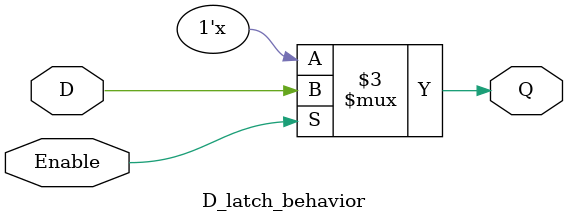
<source format=v>
`timescale 1ns / 1ps


module D_latch_behavior (input D, input Enable, output reg Q); 
initial Q=0;
always @ (D or Enable) 
	if(Enable) 
	begin 
		Q <= D; 
	end 
endmodule 


</source>
